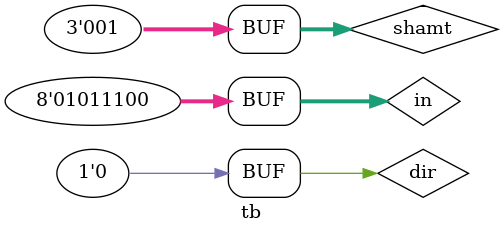
<source format=v>
`timescale 1ns / 1ps


module tb;

	// Inputs
	reg [7:0] in;
	reg [2:0] shamt;
	reg dir;

	// Outputs
	wire [7:0] out;

	// Instantiate the Unit Under Test (UUT)
	barrel_shifter uut (
		.in(in), 
		.shamt(shamt), 
		.dir(dir), 
		.out(out)
	);

	initial begin
		// Initialize Inputs
		in = 0;
		shamt = 0;
		dir = 0;

		// Wait 100 ns for global reset to finish
		#100;
        
		// Add stimulus here
		dir=1;
		in=8'b01110100;
		shamt=2'b011;
		#100
		in=8'b01011100;
		dir=0;
		shamt=2'b101;
	end
      
endmodule


</source>
